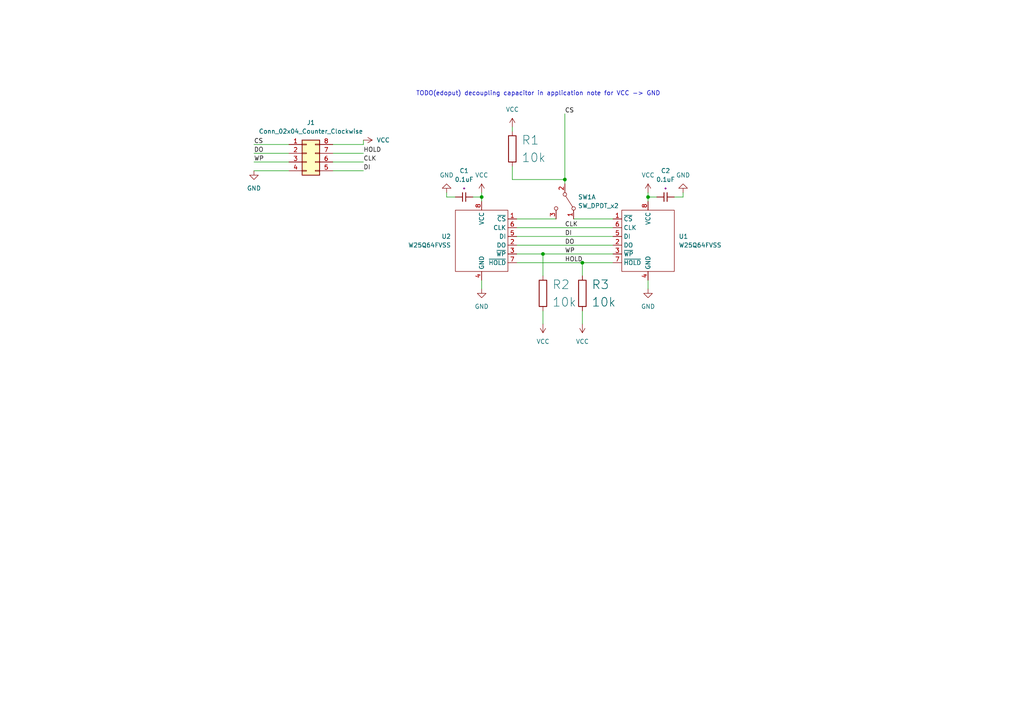
<source format=kicad_sch>
(kicad_sch (version 20230121) (generator eeschema)
  (paper "A4")
  (lib_symbols
    (symbol "Connector_Generic:Conn_02x04_Counter_Clockwise" (pin_names (offset 1.016) hide)
      (property "Reference" "J" (at 1.27 5.08 0))
      (property "Value" "Conn_02x04_Counter_Clockwise" (at 1.27 -7.62 0))
      (symbol "Conn_02x04_Counter_Clockwise_1_1"
        (rectangle (start -1.27 -4.953) (end 0 -5.207) (stroke (width 0.1524)))
        (rectangle (start -1.27 -2.413) (end 0 -2.667) (stroke (width 0.1524)))
        (rectangle (start -1.27 0.127) (end 0 -0.127) (stroke (width 0.1524)))
        (rectangle (start -1.27 2.667) (end 0 2.413) (stroke (width 0.1524)))
        (rectangle (start -1.27 3.81) (end 3.81 -6.35) (stroke (width 0.254)) (fill (type background)))
        (rectangle (start 3.81 -4.953) (end 2.54 -5.207) (stroke (width 0.1524)))
        (rectangle (start 3.81 -2.413) (end 2.54 -2.667) (stroke (width 0.1524)))
        (rectangle (start 3.81 0.127) (end 2.54 -0.127) (stroke (width 0.1524)))
        (rectangle (start 3.81 2.667) (end 2.54 2.413) (stroke (width 0.1524)))
        (pin passive line (at -5.08 2.54 0) (length 3.81) (name "Pin_1") (number "1"))
        (pin passive line (at -5.08 0 0) (length 3.81) (name "Pin_2") (number "2"))
        (pin passive line (at -5.08 -2.54 0) (length 3.81) (name "Pin_3") (number "3"))
        (pin passive line (at -5.08 -5.08 0) (length 3.81) (name "Pin_4") (number "4"))
        (pin passive line (at 7.62 -5.08 180) (length 3.81) (name "Pin_5") (number "5"))
        (pin passive line (at 7.62 -2.54 180) (length 3.81) (name "Pin_6") (number "6"))
        (pin passive line (at 7.62 0 180) (length 3.81) (name "Pin_7") (number "7"))
        (pin passive line (at 7.62 2.54 180) (length 3.81) (name "Pin_8") (number "8"))
      )
    )
    (symbol "Memory_Flash:W25Q64FVSS"
      (property "Reference" "U" (at -6.35 10.16 0))
      (property "Value" "W25Q64FVSS" (at 7.62 -10.16 0))
      (symbol "W25Q64FVSS_0_1"
        (rectangle (start -7.62 8.89) (end 7.62 -8.89))
      )
      (symbol "W25Q64FVSS_1_1"
        (pin input line (at -10.16 6.35 0) (length 2.54) (name "~{CS}") (number "1"))
        (pin bidirectional line (at -10.16 -1.27 0) (length 2.54) (name "DO") (number "2"))
        (pin bidirectional line (at -10.16 -3.81 0) (length 2.54) (name "~{WP}") (number "3"))
        (pin power_in line (at 0 -11.43 90) (length 2.54) (name "GND") (number "4"))
        (pin bidirectional line (at -10.16 1.27 0) (length 2.54) (name "DI") (number "5"))
        (pin input line (at -10.16 3.81 0) (length 2.54) (name "CLK") (number "6"))
        (pin bidirectional line (at -10.16 -6.35 0) (length 2.54) (name "~{HOLD}") (number "7"))
        (pin power_in line (at 0 11.43 270) (length 2.54) (name "VCC") (number "8"))
      )
    )
    (symbol "PCM_Generic-50:C,IEC" (pin_numbers hide) (pin_names (offset 0) hide)
      (property "Reference" "C" (at 1.27 1.27 0))
      (property "Value" "C,IEC" (at 1.27 -1.27 0))
      (property "Indicator" "+" (at -1.27 1.27 0))
      (symbol "C,IEC_1_1"
        (polyline (pts (xy -1.27 -0.4572) (xy 1.27 -0.4572)) (stroke (width 0.254)))
        (polyline (pts (xy -1.27 0.4572) (xy 1.27 0.4572)) (stroke (width 0.254)))
        (pin passive line (at 0 2.54 270) (length 2.0828) (name "+") (number "1"))
        (pin passive line (at 0 -2.54 90) (length 2.0828) (name "-") (number "2"))
      )
    )
    (symbol "PCM_Generic:R,IEC" (pin_numbers hide) (pin_names (offset 0) hide)
      (property "Reference" "R" (at 2.54 2.54 0))
      (property "Value" "R,IEC" (at 2.54 -2.54 0))
      (symbol "R,IEC_1_1"
        (rectangle (start -1.0922 3.81) (end 1.0922 -3.81) (stroke (width 0.254)))
        (pin passive line (at 0 5.08 270) (length 1.27) (name "+") (number "1"))
        (pin passive line (at 0 -5.08 90) (length 1.27) (name "-") (number "2"))
      )
    )
    (symbol "Switch:SW_DPDT_x2" (pin_names (offset 0) hide)
      (property "Reference" "SW" (at 0 4.318 0))
      (property "Value" "SW_DPDT_x2" (at 0 -5.08 0))
      (symbol "SW_DPDT_x2_0_0"
        (circle (center -2.032 0) (radius 0.508))
        (circle (center 2.032 -2.54) (radius 0.508))
      )
      (symbol "SW_DPDT_x2_0_1"
        (polyline (pts (xy -1.524 0.254) (xy 1.651 2.286)))
        (circle (center 2.032 2.54) (radius 0.508))
      )
      (symbol "SW_DPDT_x2_1_1"
        (pin passive line (at 5.08 2.54 180) (length 2.54) (name "A") (number "1"))
        (pin passive line (at -5.08 0 0) (length 2.54) (name "B") (number "2"))
        (pin passive line (at 5.08 -2.54 180) (length 2.54) (name "C") (number "3"))
      )
      (symbol "SW_DPDT_x2_2_1"
        (pin passive line (at 5.08 2.54 180) (length 2.54) (name "A") (number "4"))
        (pin passive line (at -5.08 0 0) (length 2.54) (name "B") (number "5"))
        (pin passive line (at 5.08 -2.54 180) (length 2.54) (name "C") (number "6"))
      )
    )
    (symbol "power:GND" (power) (pin_names (offset 0))
      (property "Value" "GND" (at 0 -3.81 0))
      (symbol "GND_0_1"
        (polyline (pts (xy 0 0) (xy 0 -1.27) (xy 1.27 -1.27) (xy 0 -2.54) (xy -1.27 -1.27) (xy 0 -1.27)))
      )
      (symbol "GND_1_1"
        (pin power_in line (at 0 0 270) (length 0) hide (name "GND") (number "1"))
      )
    )
    (symbol "power:VCC" (power) (pin_names (offset 0))
      (property "Value" "VCC" (at 0 3.81 0))
      (symbol "VCC_0_1"
        (polyline (pts (xy -0.762 1.27) (xy 0 2.54)))
        (polyline (pts (xy 0 0) (xy 0 2.54)))
        (polyline (pts (xy 0 2.54) (xy 0.762 1.27)))
      )
      (symbol "VCC_1_1"
        (pin power_in line (at 0 0 90) (length 0) hide (name "VCC") (number "1"))
      )
    )
  )
  (junction (at 139.7 57.15))
  (junction (at 168.91 76.2))
  (junction (at 187.96 57.15))
  (junction (at 157.48 73.66))
  (junction (at 163.83 52.07))
  (wire (pts (xy 157.48 73.66) (xy 157.48 80.01)))
  (wire (pts (xy 96.52 46.99) (xy 105.41 46.99)))
  (wire (pts (xy 73.66 44.45) (xy 83.82 44.45)))
  (wire (pts (xy 149.86 76.2) (xy 168.91 76.2)))
  (wire (pts (xy 187.96 81.28) (xy 187.96 83.82)))
  (wire (pts (xy 149.86 63.5) (xy 161.29 63.5)))
  (wire (pts (xy 168.91 90.17) (xy 168.91 93.98)))
  (wire (pts (xy 149.86 71.12) (xy 177.8 71.12)))
  (wire (pts (xy 148.59 36.83) (xy 148.59 38.1)))
  (wire (pts (xy 163.83 52.07) (xy 163.83 53.34)))
  (wire (pts (xy 148.59 52.07) (xy 163.83 52.07)))
  (wire (pts (xy 195.58 57.15) (xy 198.12 57.15)))
  (wire (pts (xy 149.86 68.58) (xy 177.8 68.58)))
  (wire (pts (xy 129.54 57.15) (xy 129.54 55.88)))
  (wire (pts (xy 137.16 57.15) (xy 139.7 57.15)))
  (wire (pts (xy 168.91 76.2) (xy 168.91 80.01)))
  (wire (pts (xy 73.66 41.91) (xy 83.82 41.91)))
  (wire (pts (xy 166.37 63.5) (xy 177.8 63.5)))
  (wire (pts (xy 168.91 76.2) (xy 177.8 76.2)))
  (wire (pts (xy 139.7 81.28) (xy 139.7 83.82)))
  (wire (pts (xy 187.96 55.88) (xy 187.96 57.15)))
  (wire (pts (xy 96.52 44.45) (xy 105.41 44.45)))
  (wire (pts (xy 96.52 41.91) (xy 105.41 41.91)))
  (wire (pts (xy 132.08 57.15) (xy 129.54 57.15)))
  (wire (pts (xy 105.41 41.91) (xy 105.41 40.64)))
  (wire (pts (xy 148.59 48.26) (xy 148.59 52.07)))
  (wire (pts (xy 187.96 57.15) (xy 190.5 57.15)))
  (wire (pts (xy 198.12 57.15) (xy 198.12 55.88)))
  (wire (pts (xy 139.7 57.15) (xy 139.7 58.42)))
  (wire (pts (xy 163.83 33.02) (xy 163.83 52.07)))
  (wire (pts (xy 139.7 55.88) (xy 139.7 57.15)))
  (wire (pts (xy 73.66 46.99) (xy 83.82 46.99)))
  (wire (pts (xy 73.66 49.53) (xy 83.82 49.53)))
  (wire (pts (xy 187.96 57.15) (xy 187.96 58.42)))
  (wire (pts (xy 157.48 90.17) (xy 157.48 93.98)))
  (wire (pts (xy 157.48 73.66) (xy 177.8 73.66)))
  (wire (pts (xy 149.86 73.66) (xy 157.48 73.66)))
  (wire (pts (xy 149.86 66.04) (xy 177.8 66.04)))
  (wire (pts (xy 96.52 49.53) (xy 105.41 49.53)))
  (text "TODO(edoput) decoupling capacitor in application note for VCC -> GND" (at 120.65 27.94 0) (effects (font (size 1.27 1.27)) (justify left bottom)))
  (label "CS" (at 73.66 41.91 0))
  (label "WP" (at 73.66 46.99 0))
  (label "DO" (at 73.66 44.45 0))
  (label "DI" (at 105.41 49.53 0))
  (label "DO" (at 163.83 71.12 0))
  (label "HOLD" (at 163.83 76.2 0))
  (label "CLK" (at 105.41 46.99 0))
  (label "WP" (at 163.83 73.66 0))
  (label "CS" (at 163.83 33.02 0))
  (label "CLK" (at 163.83 66.04 0))
  (label "DI" (at 163.83 68.58 0))
  (label "HOLD" (at 105.41 44.45 0))
  (symbol (lib_id "power:VCC") (at 148.59 36.83 0) (unit 1)
    (property "Reference" "#PWR07" (effects hide))
    (property "Value" "VCC" (at 148.59 31.75 0))
  )
  (symbol (lib_id "Connector_Generic:Conn_02x04_Counter_Clockwise") (at 88.9 44.45 0) (unit 1)
    (property "Reference" "J1" (at 90.17 35.56 0))
    (property "Value" "Conn_02x04_Counter_Clockwise" (at 90.17 38.1 0))
    (property "Footprint" "Package_DIP:DIP-8_W7.62mm" (effects hide))
  )
  (symbol (lib_id "power:VCC") (at 139.7 55.88 0) (unit 1)
    (property "Reference" "#PWR03" (effects hide))
    (property "Value" "VCC" (at 139.7 50.8 0))
  )
  (symbol (lib_id "Memory_Flash:W25Q64FVSS") (at 139.7 69.85 0) (mirror y) (unit 1)
    (property "Reference" "U2" (at 130.81 68.58 0) (effects (justify left)))
    (property "Value" "W25Q64FVSS" (at 130.81 71.12 0) (effects (justify left)))
    (property "Footprint" "Package_SO:SOIC-8W_5.3x5.3mm_P1.27mm" (effects hide))
  )
  (symbol (lib_id "power:GND") (at 139.7 83.82 0) (unit 1)
    (property "Reference" "#PWR05" (effects hide))
    (property "Value" "GND" (at 139.7 88.9 0))
  )
  (symbol (lib_id "Memory_Flash:W25Q64FVSS") (at 187.96 69.85 0) (unit 1)
    (property "Reference" "U1" (at 196.85 68.58 0) (effects (justify left)))
    (property "Value" "W25Q64FVSS" (at 196.85 71.12 0) (effects (justify left)))
    (property "Footprint" "Package_SO:SOIC-8W_5.3x5.3mm_P1.27mm" (effects hide))
  )
  (symbol (lib_id "Switch:SW_DPDT_x2") (at 163.83 58.42 270) (unit 1)
    (property "Reference" "SW1" (at 167.64 57.15 90) (effects (justify left)))
    (property "Value" "SW_DPDT_x2" (at 167.64 59.69 90) (effects (justify left)))
    (property "Footprint" "Button_Switch_SMD:SW_DPDT_CK_JS202011JCQN" (effects hide))
  )
  (symbol (lib_id "PCM_Generic-50:C,IEC") (at 134.62 57.15 90) (unit 1)
    (property "Reference" "C1" (at 134.62 49.53 90))
    (property "Value" "0.1uF" (at 134.62 52.07 90))
    (property "Footprint" "Capacitor_THT:CP_Axial_L10.0mm_D4.5mm_P15.00mm_Horizontal" (effects hide))
    (property "Indicator" "+" (at 134.62 54.61 90) (effects (font (size 0.635 0.635))))
  )
  (symbol (lib_id "power:GND") (at 198.12 55.88 180) (unit 1)
    (property "Reference" "#PWR010" (effects hide))
    (property "Value" "GND" (at 198.12 50.8 0))
  )
  (symbol (lib_id "PCM_Generic:R,IEC") (at 168.91 85.09 0) (unit 1)
    (property "Reference" "R3" (at 171.45 82.5499 0) (effects (font (size 2.54 2.54)) (justify left)))
    (property "Value" "10k" (at 171.45 87.6299 0) (effects (font (size 2.54 2.54)) (justify left)))
    (property "Footprint" "Resistor_THT:R_Axial_DIN0204_L3.6mm_D1.6mm_P1.90mm_Vertical" (effects hide))
    (property "Indicator" "+" (effects hide))
  )
  (symbol (lib_id "power:GND") (at 187.96 83.82 0) (unit 1)
    (property "Reference" "#PWR06" (effects hide))
    (property "Value" "GND" (at 187.96 88.9 0))
  )
  (symbol (lib_id "power:VCC") (at 187.96 55.88 0) (unit 1)
    (property "Reference" "#PWR04" (effects hide))
    (property "Value" "VCC" (at 187.96 50.8 0))
  )
  (symbol (lib_id "PCM_Generic:R,IEC") (at 157.48 85.09 0) (unit 1)
    (property "Reference" "R2" (at 160.02 82.5499 0) (effects (font (size 2.54 2.54)) (justify left)))
    (property "Value" "10k" (at 160.02 87.6299 0) (effects (font (size 2.54 2.54)) (justify left)))
    (property "Footprint" "Resistor_THT:R_Axial_DIN0204_L3.6mm_D1.6mm_P1.90mm_Vertical" (effects hide))
    (property "Indicator" "+" (effects hide))
  )
  (symbol (lib_id "PCM_Generic:R,IEC") (at 148.59 43.18 0) (unit 1)
    (property "Reference" "R1" (at 151.13 40.6399 0) (effects (font (size 2.54 2.54)) (justify left)))
    (property "Value" "10k" (at 151.13 45.7199 0) (effects (font (size 2.54 2.54)) (justify left)))
    (property "Footprint" "Resistor_THT:R_Axial_DIN0204_L3.6mm_D1.6mm_P1.90mm_Vertical" (effects hide))
    (property "Indicator" "+" (effects hide))
  )
  (symbol (lib_id "PCM_Generic-50:C,IEC") (at 193.04 57.15 90) (unit 1)
    (property "Reference" "C2" (at 193.04 49.53 90))
    (property "Value" "0.1uF" (at 193.04 52.07 90))
    (property "Footprint" "Capacitor_THT:CP_Axial_L10.0mm_D4.5mm_P15.00mm_Horizontal" (effects hide))
    (property "Indicator" "+" (at 193.04 54.61 90) (effects (font (size 0.635 0.635))))
  )
  (symbol (lib_id "power:VCC") (at 157.48 93.98 180) (unit 1)
    (property "Reference" "#PWR08" (effects hide))
    (property "Value" "VCC" (at 157.48 99.06 0))
  )
  (symbol (lib_id "power:VCC") (at 168.91 93.98 180) (unit 1)
    (property "Reference" "#PWR09" (effects hide))
    (property "Value" "VCC" (at 168.91 99.06 0))
  )
  (symbol (lib_id "power:VCC") (at 105.41 40.64 270) (unit 1)
    (property "Reference" "#PWR02" (effects hide))
    (property "Value" "VCC" (at 109.22 40.64 90) (effects (justify left)))
  )
  (symbol (lib_id "power:GND") (at 129.54 55.88 180) (unit 1)
    (property "Reference" "#PWR011" (effects hide))
    (property "Value" "GND" (at 129.54 50.8 0))
  )
  (symbol (lib_id "power:GND") (at 73.66 49.53 0) (unit 1)
    (property "Reference" "#PWR01" (effects hide))
    (property "Value" "GND" (at 73.66 54.61 0))
  )
)
</source>
